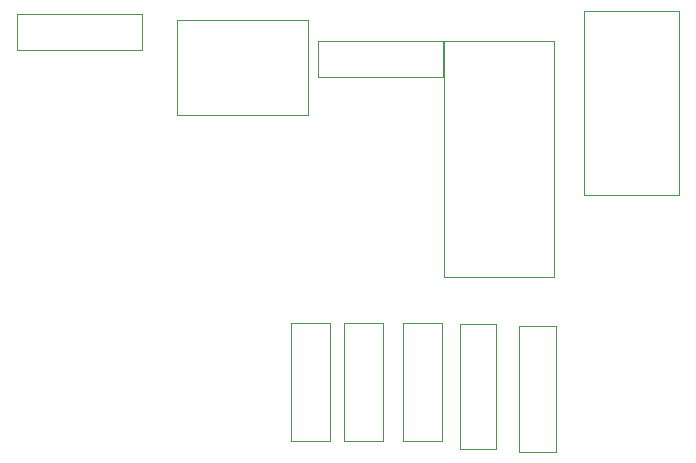
<source format=gbr>
%TF.GenerationSoftware,Altium Limited,Altium Designer,20.2.4 (192)*%
G04 Layer_Color=32768*
%FSLAX45Y45*%
%MOMM*%
%TF.SameCoordinates,BA2C786E-012B-4E8B-A1C9-5229AEE0ABBE*%
%TF.FilePolarity,Positive*%
%TF.FileFunction,Other,Mechanical_15*%
%TF.Part,Single*%
G01*
G75*
%TA.AperFunction,NonConductor*%
%ADD31C,0.05000*%
D31*
X3952800Y-677500D02*
Y-372500D01*
X2892500D02*
X3952800D01*
X2892500Y-677500D02*
Y-372500D01*
Y-677500D02*
X3952800D01*
X4097500Y-3827800D02*
Y-2767500D01*
X4402500D01*
Y-3827800D02*
Y-2767500D01*
X4097500Y-3827800D02*
X4402500D01*
X4597500Y-3852400D02*
X4902500D01*
Y-2792100D01*
X4597500D02*
X4902500D01*
X4597500Y-3852400D02*
Y-2792100D01*
X342100Y-452500D02*
X1402400D01*
X342100D02*
Y-147500D01*
X1402400D01*
Y-452500D02*
Y-147500D01*
X5140000Y-1675000D02*
X5950000D01*
X5140000D02*
Y-125000D01*
X5950000D01*
Y-1675000D02*
Y-125000D01*
X1695000Y-1005000D02*
Y-195000D01*
X2805000D01*
Y-1005000D02*
Y-195000D01*
X1695000Y-1005000D02*
X2805000D01*
X3962500Y-2375000D02*
Y-375000D01*
Y-2375000D02*
X4887500D01*
Y-375000D01*
X3962500D02*
X4887500D01*
X3609900Y-3763000D02*
X3940100D01*
X3609900D02*
Y-2761100D01*
X3940100Y-3763000D02*
Y-2761100D01*
X3609900D02*
X3940100D01*
X3109900Y-2762000D02*
X3440100D01*
Y-3763900D02*
Y-2762000D01*
X3109900Y-3763900D02*
Y-2762000D01*
Y-3763900D02*
X3440100D01*
X2659900Y-2762000D02*
X2990100D01*
Y-3763900D02*
Y-2762000D01*
X2659900Y-3763900D02*
Y-2762000D01*
Y-3763900D02*
X2990100D01*
%TF.MD5,e9aec786971a8e0f810acbcbe6e4c983*%
M02*

</source>
